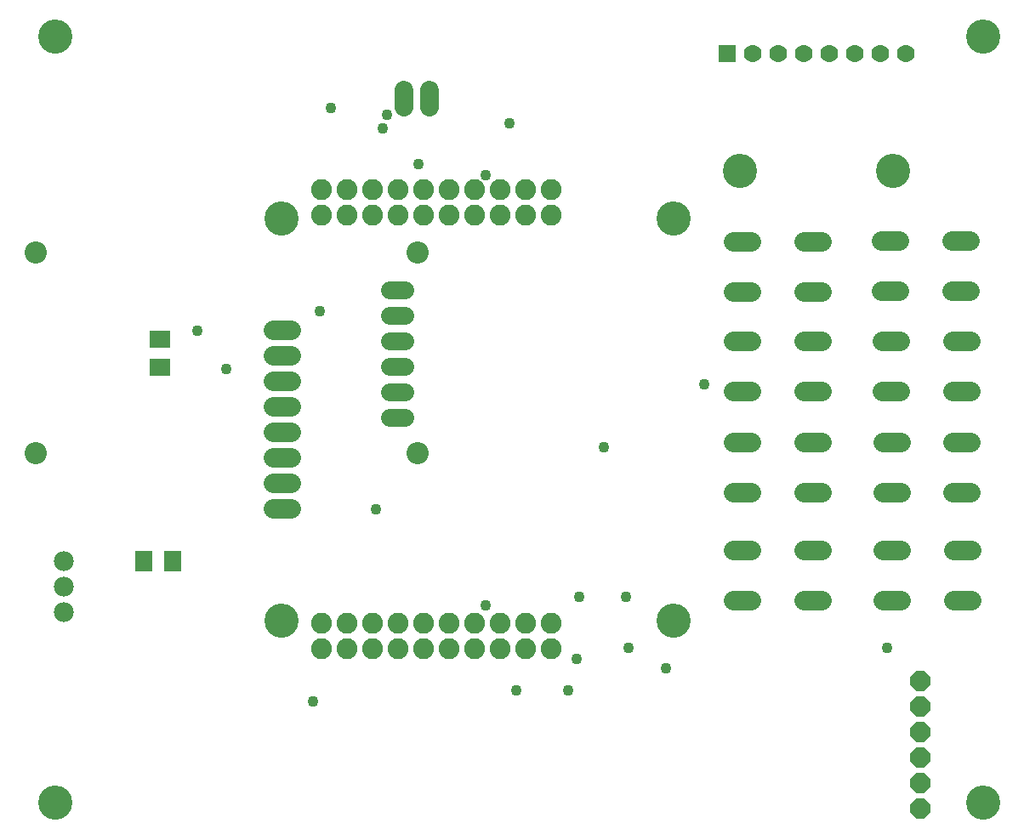
<source format=gbr>
G04 EAGLE Gerber X2 export*
%TF.Part,Single*%
%TF.FileFunction,Soldermask,Top,1*%
%TF.FilePolarity,Negative*%
%TF.GenerationSoftware,Autodesk,EAGLE,8.7.0*%
%TF.CreationDate,2018-04-01T16:58:45Z*%
G75*
%MOMM*%
%FSLAX34Y34*%
%LPD*%
%AMOC8*
5,1,8,0,0,1.08239X$1,22.5*%
G01*
%ADD10C,3.403200*%
%ADD11C,1.981200*%
%ADD12R,1.803200X2.006200*%
%ADD13C,1.879600*%
%ADD14C,2.082800*%
%ADD15R,2.003200X1.803200*%
%ADD16C,1.981200*%
%ADD17R,1.765200X1.765200*%
%ADD18C,1.765200*%
%ADD19C,1.765200*%
%ADD20C,2.203200*%
%ADD21P,2.144431X8X202.500000*%
%ADD22C,1.092200*%


D10*
X261874Y238149D03*
X261874Y639167D03*
X651911Y639167D03*
X651911Y238149D03*
X36000Y820000D03*
X36000Y56924D03*
X960000Y820000D03*
X960000Y56924D03*
D11*
X270764Y349758D02*
X252984Y349758D01*
X252984Y375158D02*
X270764Y375158D01*
X270764Y400558D02*
X252984Y400558D01*
X252984Y425958D02*
X270764Y425958D01*
X270764Y451358D02*
X252984Y451358D01*
X252984Y476758D02*
X270764Y476758D01*
X270764Y502158D02*
X252984Y502158D01*
X252984Y527558D02*
X270764Y527558D01*
D12*
X153148Y297454D03*
X124708Y297454D03*
D11*
X711468Y616299D02*
X729248Y616299D01*
X729248Y566299D02*
X711468Y566299D01*
X781468Y616299D02*
X799248Y616299D01*
X799248Y566299D02*
X781468Y566299D01*
D13*
X408902Y749651D02*
X408902Y766415D01*
X383502Y766415D02*
X383502Y749651D01*
D11*
X711468Y416607D02*
X729248Y416607D01*
X729248Y366607D02*
X711468Y366607D01*
X781468Y416607D02*
X799248Y416607D01*
X799248Y366607D02*
X781468Y366607D01*
X858834Y616924D02*
X876614Y616924D01*
X876614Y566924D02*
X858834Y566924D01*
X928834Y616924D02*
X946614Y616924D01*
X946614Y566924D02*
X928834Y566924D01*
X877122Y516746D02*
X859342Y516746D01*
X859342Y466746D02*
X877122Y466746D01*
X929342Y516746D02*
X947122Y516746D01*
X947122Y466746D02*
X929342Y466746D01*
X877630Y416607D02*
X859850Y416607D01*
X859850Y366607D02*
X877630Y366607D01*
X929850Y416607D02*
X947630Y416607D01*
X947630Y366607D02*
X929850Y366607D01*
X878392Y308774D02*
X860612Y308774D01*
X860612Y258774D02*
X878392Y258774D01*
X930612Y308774D02*
X948392Y308774D01*
X948392Y258774D02*
X930612Y258774D01*
X729248Y516746D02*
X711468Y516746D01*
X711468Y466746D02*
X729248Y466746D01*
X781468Y516746D02*
X799248Y516746D01*
X799248Y466746D02*
X781468Y466746D01*
D14*
X327152Y667512D03*
X327152Y642112D03*
X352552Y667512D03*
X352552Y642112D03*
X377952Y667512D03*
X377952Y642112D03*
X403352Y642112D03*
X403352Y667512D03*
X428752Y667512D03*
X428752Y642112D03*
X454152Y642112D03*
X454152Y667512D03*
X479552Y667512D03*
X479552Y642112D03*
X504952Y642112D03*
X504952Y667512D03*
X530352Y642112D03*
X530352Y667512D03*
X301752Y667512D03*
X301752Y642112D03*
X327152Y235712D03*
X327152Y210312D03*
X352552Y210312D03*
X352552Y235712D03*
X377952Y235712D03*
X377952Y210312D03*
X403352Y210312D03*
X403352Y235712D03*
X428752Y235712D03*
X428752Y210312D03*
X454152Y210312D03*
X454152Y235712D03*
X479552Y235712D03*
X479552Y210312D03*
X504952Y210312D03*
X504952Y235712D03*
X530352Y210312D03*
X530352Y235712D03*
X301752Y235712D03*
X301752Y210312D03*
D15*
X140970Y518444D03*
X140970Y490444D03*
D16*
X44704Y297688D03*
X44704Y272288D03*
X44704Y246888D03*
D17*
X704991Y803173D03*
D18*
X730391Y803173D03*
X755791Y803173D03*
X781191Y803173D03*
X806591Y803173D03*
X831991Y803173D03*
X857391Y803173D03*
X882791Y803173D03*
D10*
X717691Y686173D03*
X870091Y686173D03*
D19*
X384631Y567382D02*
X369011Y567382D01*
X369011Y541982D02*
X384631Y541982D01*
X384631Y516582D02*
X369011Y516582D01*
X369011Y491182D02*
X384631Y491182D01*
X384631Y465782D02*
X369011Y465782D01*
X369011Y440382D02*
X384631Y440382D01*
D20*
X396821Y604934D03*
X396821Y404862D03*
X16689Y604934D03*
X16689Y404862D03*
D21*
X897693Y51260D03*
X897693Y76660D03*
X897693Y102060D03*
X897693Y127460D03*
X897693Y152860D03*
X897693Y178260D03*
D11*
X729248Y308774D02*
X711468Y308774D01*
X711468Y258774D02*
X729248Y258774D01*
X781468Y308774D02*
X799248Y308774D01*
X799248Y258774D02*
X781468Y258774D01*
D22*
X355600Y348933D03*
X582295Y411163D03*
X362268Y728980D03*
X397828Y693420D03*
X177800Y526733D03*
X366713Y742315D03*
X206693Y488950D03*
X293370Y157798D03*
X644525Y191135D03*
X300038Y546735D03*
X488950Y733425D03*
X311150Y748983D03*
X464503Y682308D03*
X682308Y473393D03*
X555625Y200025D03*
X546735Y168910D03*
X495618Y168910D03*
X604520Y262255D03*
X557848Y262255D03*
X864553Y211138D03*
X606743Y211138D03*
X464503Y253365D03*
M02*

</source>
